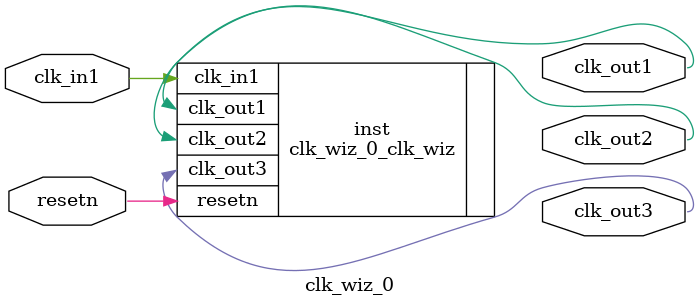
<source format=v>


`timescale 1ps/1ps

(* CORE_GENERATION_INFO = "clk_wiz_0,clk_wiz_v5_4_3_0,{component_name=clk_wiz_0,use_phase_alignment=false,use_min_o_jitter=false,use_max_i_jitter=false,use_dyn_phase_shift=false,use_inclk_switchover=false,use_dyn_reconfig=false,enable_axi=0,feedback_source=FDBK_AUTO,PRIMITIVE=PLL,num_out_clk=3,clkin1_period=10.000,clkin2_period=10.000,use_power_down=false,use_reset=true,use_locked=false,use_inclk_stopped=false,feedback_type=SINGLE,CLOCK_MGR_TYPE=NA,manual_override=false}" *)

module clk_wiz_0 
 (
  // Clock out ports
  output        clk_out1,
  output        clk_out2,
  output        clk_out3,
  // Status and control signals
  input         resetn,
 // Clock in ports
  input         clk_in1
 );

  clk_wiz_0_clk_wiz inst
  (
  // Clock out ports  
  .clk_out1(clk_out1),
  .clk_out2(clk_out2),
  .clk_out3(clk_out3),
  // Status and control signals               
  .resetn(resetn), 
 // Clock in ports
  .clk_in1(clk_in1)
  );

endmodule

</source>
